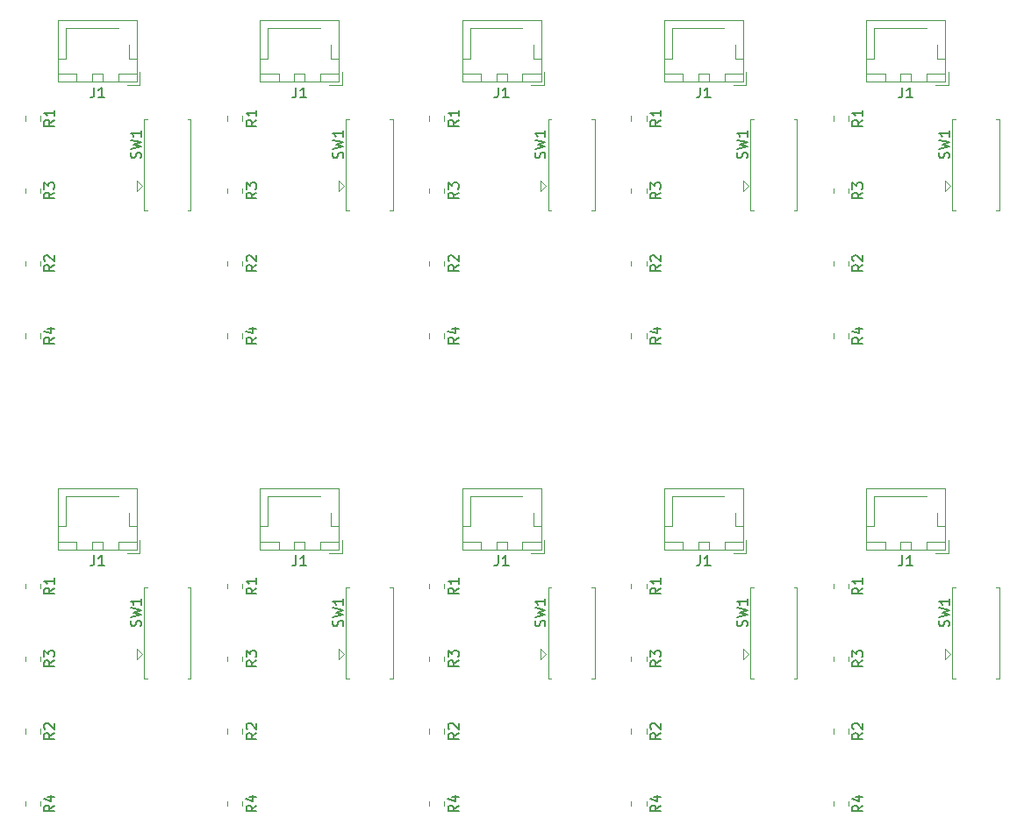
<source format=gbr>
%TF.GenerationSoftware,KiCad,Pcbnew,(5.1.9)-1*%
%TF.CreationDate,2022-04-08T02:00:15+08:00*%
%TF.ProjectId,LED_panelize,4c45445f-7061-46e6-956c-697a652e6b69,rev?*%
%TF.SameCoordinates,Original*%
%TF.FileFunction,Legend,Top*%
%TF.FilePolarity,Positive*%
%FSLAX46Y46*%
G04 Gerber Fmt 4.6, Leading zero omitted, Abs format (unit mm)*
G04 Created by KiCad (PCBNEW (5.1.9)-1) date 2022-04-08 02:00:15*
%MOMM*%
%LPD*%
G01*
G04 APERTURE LIST*
%ADD10C,0.120000*%
%ADD11C,0.150000*%
G04 APERTURE END LIST*
D10*
%TO.C,R3*%
X170535000Y-116160436D02*
X170535000Y-116614564D01*
X169065000Y-116160436D02*
X169065000Y-116614564D01*
X151035000Y-116160436D02*
X151035000Y-116614564D01*
X149565000Y-116160436D02*
X149565000Y-116614564D01*
X131535000Y-116160436D02*
X131535000Y-116614564D01*
X130065000Y-116160436D02*
X130065000Y-116614564D01*
X112035000Y-116160436D02*
X112035000Y-116614564D01*
X110565000Y-116160436D02*
X110565000Y-116614564D01*
X92535000Y-116160436D02*
X92535000Y-116614564D01*
X91065000Y-116160436D02*
X91065000Y-116614564D01*
X170535000Y-70960436D02*
X170535000Y-71414564D01*
X169065000Y-70960436D02*
X169065000Y-71414564D01*
X151035000Y-70960436D02*
X151035000Y-71414564D01*
X149565000Y-70960436D02*
X149565000Y-71414564D01*
X131535000Y-70960436D02*
X131535000Y-71414564D01*
X130065000Y-70960436D02*
X130065000Y-71414564D01*
X112035000Y-70960436D02*
X112035000Y-71414564D01*
X110565000Y-70960436D02*
X110565000Y-71414564D01*
%TO.C,R4*%
X169065000Y-130160436D02*
X169065000Y-130614564D01*
X170535000Y-130160436D02*
X170535000Y-130614564D01*
X149565000Y-130160436D02*
X149565000Y-130614564D01*
X151035000Y-130160436D02*
X151035000Y-130614564D01*
X130065000Y-130160436D02*
X130065000Y-130614564D01*
X131535000Y-130160436D02*
X131535000Y-130614564D01*
X110565000Y-130160436D02*
X110565000Y-130614564D01*
X112035000Y-130160436D02*
X112035000Y-130614564D01*
X91065000Y-130160436D02*
X91065000Y-130614564D01*
X92535000Y-130160436D02*
X92535000Y-130614564D01*
X169065000Y-84960436D02*
X169065000Y-85414564D01*
X170535000Y-84960436D02*
X170535000Y-85414564D01*
X149565000Y-84960436D02*
X149565000Y-85414564D01*
X151035000Y-84960436D02*
X151035000Y-85414564D01*
X130065000Y-84960436D02*
X130065000Y-85414564D01*
X131535000Y-84960436D02*
X131535000Y-85414564D01*
X110565000Y-84960436D02*
X110565000Y-85414564D01*
X112035000Y-84960436D02*
X112035000Y-85414564D01*
%TO.C,R2*%
X170535000Y-123160436D02*
X170535000Y-123614564D01*
X169065000Y-123160436D02*
X169065000Y-123614564D01*
X151035000Y-123160436D02*
X151035000Y-123614564D01*
X149565000Y-123160436D02*
X149565000Y-123614564D01*
X131535000Y-123160436D02*
X131535000Y-123614564D01*
X130065000Y-123160436D02*
X130065000Y-123614564D01*
X112035000Y-123160436D02*
X112035000Y-123614564D01*
X110565000Y-123160436D02*
X110565000Y-123614564D01*
X92535000Y-123160436D02*
X92535000Y-123614564D01*
X91065000Y-123160436D02*
X91065000Y-123614564D01*
X170535000Y-77960436D02*
X170535000Y-78414564D01*
X169065000Y-77960436D02*
X169065000Y-78414564D01*
X151035000Y-77960436D02*
X151035000Y-78414564D01*
X149565000Y-77960436D02*
X149565000Y-78414564D01*
X131535000Y-77960436D02*
X131535000Y-78414564D01*
X130065000Y-77960436D02*
X130065000Y-78414564D01*
X112035000Y-77960436D02*
X112035000Y-78414564D01*
X110565000Y-77960436D02*
X110565000Y-78414564D01*
%TO.C,J1*%
X179860000Y-105860000D02*
X179860000Y-99890000D01*
X179860000Y-99890000D02*
X172240000Y-99890000D01*
X172240000Y-99890000D02*
X172240000Y-105860000D01*
X172240000Y-105860000D02*
X179860000Y-105860000D01*
X176550000Y-105850000D02*
X176550000Y-105100000D01*
X176550000Y-105100000D02*
X175550000Y-105100000D01*
X175550000Y-105100000D02*
X175550000Y-105850000D01*
X175550000Y-105850000D02*
X176550000Y-105850000D01*
X179850000Y-105850000D02*
X179850000Y-105100000D01*
X179850000Y-105100000D02*
X178050000Y-105100000D01*
X178050000Y-105100000D02*
X178050000Y-105850000D01*
X178050000Y-105850000D02*
X179850000Y-105850000D01*
X174050000Y-105850000D02*
X174050000Y-105100000D01*
X174050000Y-105100000D02*
X172250000Y-105100000D01*
X172250000Y-105100000D02*
X172250000Y-105850000D01*
X172250000Y-105850000D02*
X174050000Y-105850000D01*
X179850000Y-103600000D02*
X179100000Y-103600000D01*
X179100000Y-103600000D02*
X179100000Y-102260000D01*
X176050000Y-100650000D02*
X178040000Y-100650000D01*
X172250000Y-103600000D02*
X173000000Y-103600000D01*
X173000000Y-103600000D02*
X173000000Y-100650000D01*
X173000000Y-100650000D02*
X176050000Y-100650000D01*
X178900000Y-106150000D02*
X180150000Y-106150000D01*
X180150000Y-106150000D02*
X180150000Y-104900000D01*
X160360000Y-105860000D02*
X160360000Y-99890000D01*
X160360000Y-99890000D02*
X152740000Y-99890000D01*
X152740000Y-99890000D02*
X152740000Y-105860000D01*
X152740000Y-105860000D02*
X160360000Y-105860000D01*
X157050000Y-105850000D02*
X157050000Y-105100000D01*
X157050000Y-105100000D02*
X156050000Y-105100000D01*
X156050000Y-105100000D02*
X156050000Y-105850000D01*
X156050000Y-105850000D02*
X157050000Y-105850000D01*
X160350000Y-105850000D02*
X160350000Y-105100000D01*
X160350000Y-105100000D02*
X158550000Y-105100000D01*
X158550000Y-105100000D02*
X158550000Y-105850000D01*
X158550000Y-105850000D02*
X160350000Y-105850000D01*
X154550000Y-105850000D02*
X154550000Y-105100000D01*
X154550000Y-105100000D02*
X152750000Y-105100000D01*
X152750000Y-105100000D02*
X152750000Y-105850000D01*
X152750000Y-105850000D02*
X154550000Y-105850000D01*
X160350000Y-103600000D02*
X159600000Y-103600000D01*
X159600000Y-103600000D02*
X159600000Y-102260000D01*
X156550000Y-100650000D02*
X158540000Y-100650000D01*
X152750000Y-103600000D02*
X153500000Y-103600000D01*
X153500000Y-103600000D02*
X153500000Y-100650000D01*
X153500000Y-100650000D02*
X156550000Y-100650000D01*
X159400000Y-106150000D02*
X160650000Y-106150000D01*
X160650000Y-106150000D02*
X160650000Y-104900000D01*
X140860000Y-105860000D02*
X140860000Y-99890000D01*
X140860000Y-99890000D02*
X133240000Y-99890000D01*
X133240000Y-99890000D02*
X133240000Y-105860000D01*
X133240000Y-105860000D02*
X140860000Y-105860000D01*
X137550000Y-105850000D02*
X137550000Y-105100000D01*
X137550000Y-105100000D02*
X136550000Y-105100000D01*
X136550000Y-105100000D02*
X136550000Y-105850000D01*
X136550000Y-105850000D02*
X137550000Y-105850000D01*
X140850000Y-105850000D02*
X140850000Y-105100000D01*
X140850000Y-105100000D02*
X139050000Y-105100000D01*
X139050000Y-105100000D02*
X139050000Y-105850000D01*
X139050000Y-105850000D02*
X140850000Y-105850000D01*
X135050000Y-105850000D02*
X135050000Y-105100000D01*
X135050000Y-105100000D02*
X133250000Y-105100000D01*
X133250000Y-105100000D02*
X133250000Y-105850000D01*
X133250000Y-105850000D02*
X135050000Y-105850000D01*
X140850000Y-103600000D02*
X140100000Y-103600000D01*
X140100000Y-103600000D02*
X140100000Y-102260000D01*
X137050000Y-100650000D02*
X139040000Y-100650000D01*
X133250000Y-103600000D02*
X134000000Y-103600000D01*
X134000000Y-103600000D02*
X134000000Y-100650000D01*
X134000000Y-100650000D02*
X137050000Y-100650000D01*
X139900000Y-106150000D02*
X141150000Y-106150000D01*
X141150000Y-106150000D02*
X141150000Y-104900000D01*
X121360000Y-105860000D02*
X121360000Y-99890000D01*
X121360000Y-99890000D02*
X113740000Y-99890000D01*
X113740000Y-99890000D02*
X113740000Y-105860000D01*
X113740000Y-105860000D02*
X121360000Y-105860000D01*
X118050000Y-105850000D02*
X118050000Y-105100000D01*
X118050000Y-105100000D02*
X117050000Y-105100000D01*
X117050000Y-105100000D02*
X117050000Y-105850000D01*
X117050000Y-105850000D02*
X118050000Y-105850000D01*
X121350000Y-105850000D02*
X121350000Y-105100000D01*
X121350000Y-105100000D02*
X119550000Y-105100000D01*
X119550000Y-105100000D02*
X119550000Y-105850000D01*
X119550000Y-105850000D02*
X121350000Y-105850000D01*
X115550000Y-105850000D02*
X115550000Y-105100000D01*
X115550000Y-105100000D02*
X113750000Y-105100000D01*
X113750000Y-105100000D02*
X113750000Y-105850000D01*
X113750000Y-105850000D02*
X115550000Y-105850000D01*
X121350000Y-103600000D02*
X120600000Y-103600000D01*
X120600000Y-103600000D02*
X120600000Y-102260000D01*
X117550000Y-100650000D02*
X119540000Y-100650000D01*
X113750000Y-103600000D02*
X114500000Y-103600000D01*
X114500000Y-103600000D02*
X114500000Y-100650000D01*
X114500000Y-100650000D02*
X117550000Y-100650000D01*
X120400000Y-106150000D02*
X121650000Y-106150000D01*
X121650000Y-106150000D02*
X121650000Y-104900000D01*
X101860000Y-105860000D02*
X101860000Y-99890000D01*
X101860000Y-99890000D02*
X94240000Y-99890000D01*
X94240000Y-99890000D02*
X94240000Y-105860000D01*
X94240000Y-105860000D02*
X101860000Y-105860000D01*
X98550000Y-105850000D02*
X98550000Y-105100000D01*
X98550000Y-105100000D02*
X97550000Y-105100000D01*
X97550000Y-105100000D02*
X97550000Y-105850000D01*
X97550000Y-105850000D02*
X98550000Y-105850000D01*
X101850000Y-105850000D02*
X101850000Y-105100000D01*
X101850000Y-105100000D02*
X100050000Y-105100000D01*
X100050000Y-105100000D02*
X100050000Y-105850000D01*
X100050000Y-105850000D02*
X101850000Y-105850000D01*
X96050000Y-105850000D02*
X96050000Y-105100000D01*
X96050000Y-105100000D02*
X94250000Y-105100000D01*
X94250000Y-105100000D02*
X94250000Y-105850000D01*
X94250000Y-105850000D02*
X96050000Y-105850000D01*
X101850000Y-103600000D02*
X101100000Y-103600000D01*
X101100000Y-103600000D02*
X101100000Y-102260000D01*
X98050000Y-100650000D02*
X100040000Y-100650000D01*
X94250000Y-103600000D02*
X95000000Y-103600000D01*
X95000000Y-103600000D02*
X95000000Y-100650000D01*
X95000000Y-100650000D02*
X98050000Y-100650000D01*
X100900000Y-106150000D02*
X102150000Y-106150000D01*
X102150000Y-106150000D02*
X102150000Y-104900000D01*
X179860000Y-60660000D02*
X179860000Y-54690000D01*
X179860000Y-54690000D02*
X172240000Y-54690000D01*
X172240000Y-54690000D02*
X172240000Y-60660000D01*
X172240000Y-60660000D02*
X179860000Y-60660000D01*
X176550000Y-60650000D02*
X176550000Y-59900000D01*
X176550000Y-59900000D02*
X175550000Y-59900000D01*
X175550000Y-59900000D02*
X175550000Y-60650000D01*
X175550000Y-60650000D02*
X176550000Y-60650000D01*
X179850000Y-60650000D02*
X179850000Y-59900000D01*
X179850000Y-59900000D02*
X178050000Y-59900000D01*
X178050000Y-59900000D02*
X178050000Y-60650000D01*
X178050000Y-60650000D02*
X179850000Y-60650000D01*
X174050000Y-60650000D02*
X174050000Y-59900000D01*
X174050000Y-59900000D02*
X172250000Y-59900000D01*
X172250000Y-59900000D02*
X172250000Y-60650000D01*
X172250000Y-60650000D02*
X174050000Y-60650000D01*
X179850000Y-58400000D02*
X179100000Y-58400000D01*
X179100000Y-58400000D02*
X179100000Y-57060000D01*
X176050000Y-55450000D02*
X178040000Y-55450000D01*
X172250000Y-58400000D02*
X173000000Y-58400000D01*
X173000000Y-58400000D02*
X173000000Y-55450000D01*
X173000000Y-55450000D02*
X176050000Y-55450000D01*
X178900000Y-60950000D02*
X180150000Y-60950000D01*
X180150000Y-60950000D02*
X180150000Y-59700000D01*
X160360000Y-60660000D02*
X160360000Y-54690000D01*
X160360000Y-54690000D02*
X152740000Y-54690000D01*
X152740000Y-54690000D02*
X152740000Y-60660000D01*
X152740000Y-60660000D02*
X160360000Y-60660000D01*
X157050000Y-60650000D02*
X157050000Y-59900000D01*
X157050000Y-59900000D02*
X156050000Y-59900000D01*
X156050000Y-59900000D02*
X156050000Y-60650000D01*
X156050000Y-60650000D02*
X157050000Y-60650000D01*
X160350000Y-60650000D02*
X160350000Y-59900000D01*
X160350000Y-59900000D02*
X158550000Y-59900000D01*
X158550000Y-59900000D02*
X158550000Y-60650000D01*
X158550000Y-60650000D02*
X160350000Y-60650000D01*
X154550000Y-60650000D02*
X154550000Y-59900000D01*
X154550000Y-59900000D02*
X152750000Y-59900000D01*
X152750000Y-59900000D02*
X152750000Y-60650000D01*
X152750000Y-60650000D02*
X154550000Y-60650000D01*
X160350000Y-58400000D02*
X159600000Y-58400000D01*
X159600000Y-58400000D02*
X159600000Y-57060000D01*
X156550000Y-55450000D02*
X158540000Y-55450000D01*
X152750000Y-58400000D02*
X153500000Y-58400000D01*
X153500000Y-58400000D02*
X153500000Y-55450000D01*
X153500000Y-55450000D02*
X156550000Y-55450000D01*
X159400000Y-60950000D02*
X160650000Y-60950000D01*
X160650000Y-60950000D02*
X160650000Y-59700000D01*
X140860000Y-60660000D02*
X140860000Y-54690000D01*
X140860000Y-54690000D02*
X133240000Y-54690000D01*
X133240000Y-54690000D02*
X133240000Y-60660000D01*
X133240000Y-60660000D02*
X140860000Y-60660000D01*
X137550000Y-60650000D02*
X137550000Y-59900000D01*
X137550000Y-59900000D02*
X136550000Y-59900000D01*
X136550000Y-59900000D02*
X136550000Y-60650000D01*
X136550000Y-60650000D02*
X137550000Y-60650000D01*
X140850000Y-60650000D02*
X140850000Y-59900000D01*
X140850000Y-59900000D02*
X139050000Y-59900000D01*
X139050000Y-59900000D02*
X139050000Y-60650000D01*
X139050000Y-60650000D02*
X140850000Y-60650000D01*
X135050000Y-60650000D02*
X135050000Y-59900000D01*
X135050000Y-59900000D02*
X133250000Y-59900000D01*
X133250000Y-59900000D02*
X133250000Y-60650000D01*
X133250000Y-60650000D02*
X135050000Y-60650000D01*
X140850000Y-58400000D02*
X140100000Y-58400000D01*
X140100000Y-58400000D02*
X140100000Y-57060000D01*
X137050000Y-55450000D02*
X139040000Y-55450000D01*
X133250000Y-58400000D02*
X134000000Y-58400000D01*
X134000000Y-58400000D02*
X134000000Y-55450000D01*
X134000000Y-55450000D02*
X137050000Y-55450000D01*
X139900000Y-60950000D02*
X141150000Y-60950000D01*
X141150000Y-60950000D02*
X141150000Y-59700000D01*
X121360000Y-60660000D02*
X121360000Y-54690000D01*
X121360000Y-54690000D02*
X113740000Y-54690000D01*
X113740000Y-54690000D02*
X113740000Y-60660000D01*
X113740000Y-60660000D02*
X121360000Y-60660000D01*
X118050000Y-60650000D02*
X118050000Y-59900000D01*
X118050000Y-59900000D02*
X117050000Y-59900000D01*
X117050000Y-59900000D02*
X117050000Y-60650000D01*
X117050000Y-60650000D02*
X118050000Y-60650000D01*
X121350000Y-60650000D02*
X121350000Y-59900000D01*
X121350000Y-59900000D02*
X119550000Y-59900000D01*
X119550000Y-59900000D02*
X119550000Y-60650000D01*
X119550000Y-60650000D02*
X121350000Y-60650000D01*
X115550000Y-60650000D02*
X115550000Y-59900000D01*
X115550000Y-59900000D02*
X113750000Y-59900000D01*
X113750000Y-59900000D02*
X113750000Y-60650000D01*
X113750000Y-60650000D02*
X115550000Y-60650000D01*
X121350000Y-58400000D02*
X120600000Y-58400000D01*
X120600000Y-58400000D02*
X120600000Y-57060000D01*
X117550000Y-55450000D02*
X119540000Y-55450000D01*
X113750000Y-58400000D02*
X114500000Y-58400000D01*
X114500000Y-58400000D02*
X114500000Y-55450000D01*
X114500000Y-55450000D02*
X117550000Y-55450000D01*
X120400000Y-60950000D02*
X121650000Y-60950000D01*
X121650000Y-60950000D02*
X121650000Y-59700000D01*
%TO.C,SW1*%
X179840000Y-115400000D02*
X179840000Y-116400000D01*
X180340000Y-115900000D02*
X179840000Y-115400000D01*
X179840000Y-116400000D02*
X180340000Y-115900000D01*
X185060000Y-109490000D02*
X184750000Y-109490000D01*
X185060000Y-118310000D02*
X184750000Y-118310000D01*
X180850000Y-118310000D02*
X180540000Y-118310000D01*
X185060000Y-109490000D02*
X185060000Y-118310000D01*
X180540000Y-109490000D02*
X180850000Y-109490000D01*
X180540000Y-118310000D02*
X180540000Y-109490000D01*
X160340000Y-115400000D02*
X160340000Y-116400000D01*
X160840000Y-115900000D02*
X160340000Y-115400000D01*
X160340000Y-116400000D02*
X160840000Y-115900000D01*
X165560000Y-109490000D02*
X165250000Y-109490000D01*
X165560000Y-118310000D02*
X165250000Y-118310000D01*
X161350000Y-118310000D02*
X161040000Y-118310000D01*
X165560000Y-109490000D02*
X165560000Y-118310000D01*
X161040000Y-109490000D02*
X161350000Y-109490000D01*
X161040000Y-118310000D02*
X161040000Y-109490000D01*
X140840000Y-115400000D02*
X140840000Y-116400000D01*
X141340000Y-115900000D02*
X140840000Y-115400000D01*
X140840000Y-116400000D02*
X141340000Y-115900000D01*
X146060000Y-109490000D02*
X145750000Y-109490000D01*
X146060000Y-118310000D02*
X145750000Y-118310000D01*
X141850000Y-118310000D02*
X141540000Y-118310000D01*
X146060000Y-109490000D02*
X146060000Y-118310000D01*
X141540000Y-109490000D02*
X141850000Y-109490000D01*
X141540000Y-118310000D02*
X141540000Y-109490000D01*
X121340000Y-115400000D02*
X121340000Y-116400000D01*
X121840000Y-115900000D02*
X121340000Y-115400000D01*
X121340000Y-116400000D02*
X121840000Y-115900000D01*
X126560000Y-109490000D02*
X126250000Y-109490000D01*
X126560000Y-118310000D02*
X126250000Y-118310000D01*
X122350000Y-118310000D02*
X122040000Y-118310000D01*
X126560000Y-109490000D02*
X126560000Y-118310000D01*
X122040000Y-109490000D02*
X122350000Y-109490000D01*
X122040000Y-118310000D02*
X122040000Y-109490000D01*
X101840000Y-115400000D02*
X101840000Y-116400000D01*
X102340000Y-115900000D02*
X101840000Y-115400000D01*
X101840000Y-116400000D02*
X102340000Y-115900000D01*
X107060000Y-109490000D02*
X106750000Y-109490000D01*
X107060000Y-118310000D02*
X106750000Y-118310000D01*
X102850000Y-118310000D02*
X102540000Y-118310000D01*
X107060000Y-109490000D02*
X107060000Y-118310000D01*
X102540000Y-109490000D02*
X102850000Y-109490000D01*
X102540000Y-118310000D02*
X102540000Y-109490000D01*
X179840000Y-70200000D02*
X179840000Y-71200000D01*
X180340000Y-70700000D02*
X179840000Y-70200000D01*
X179840000Y-71200000D02*
X180340000Y-70700000D01*
X185060000Y-64290000D02*
X184750000Y-64290000D01*
X185060000Y-73110000D02*
X184750000Y-73110000D01*
X180850000Y-73110000D02*
X180540000Y-73110000D01*
X185060000Y-64290000D02*
X185060000Y-73110000D01*
X180540000Y-64290000D02*
X180850000Y-64290000D01*
X180540000Y-73110000D02*
X180540000Y-64290000D01*
X160340000Y-70200000D02*
X160340000Y-71200000D01*
X160840000Y-70700000D02*
X160340000Y-70200000D01*
X160340000Y-71200000D02*
X160840000Y-70700000D01*
X165560000Y-64290000D02*
X165250000Y-64290000D01*
X165560000Y-73110000D02*
X165250000Y-73110000D01*
X161350000Y-73110000D02*
X161040000Y-73110000D01*
X165560000Y-64290000D02*
X165560000Y-73110000D01*
X161040000Y-64290000D02*
X161350000Y-64290000D01*
X161040000Y-73110000D02*
X161040000Y-64290000D01*
X140840000Y-70200000D02*
X140840000Y-71200000D01*
X141340000Y-70700000D02*
X140840000Y-70200000D01*
X140840000Y-71200000D02*
X141340000Y-70700000D01*
X146060000Y-64290000D02*
X145750000Y-64290000D01*
X146060000Y-73110000D02*
X145750000Y-73110000D01*
X141850000Y-73110000D02*
X141540000Y-73110000D01*
X146060000Y-64290000D02*
X146060000Y-73110000D01*
X141540000Y-64290000D02*
X141850000Y-64290000D01*
X141540000Y-73110000D02*
X141540000Y-64290000D01*
X121340000Y-70200000D02*
X121340000Y-71200000D01*
X121840000Y-70700000D02*
X121340000Y-70200000D01*
X121340000Y-71200000D02*
X121840000Y-70700000D01*
X126560000Y-64290000D02*
X126250000Y-64290000D01*
X126560000Y-73110000D02*
X126250000Y-73110000D01*
X122350000Y-73110000D02*
X122040000Y-73110000D01*
X126560000Y-64290000D02*
X126560000Y-73110000D01*
X122040000Y-64290000D02*
X122350000Y-64290000D01*
X122040000Y-73110000D02*
X122040000Y-64290000D01*
%TO.C,R1*%
X170535000Y-109160436D02*
X170535000Y-109614564D01*
X169065000Y-109160436D02*
X169065000Y-109614564D01*
X151035000Y-109160436D02*
X151035000Y-109614564D01*
X149565000Y-109160436D02*
X149565000Y-109614564D01*
X131535000Y-109160436D02*
X131535000Y-109614564D01*
X130065000Y-109160436D02*
X130065000Y-109614564D01*
X112035000Y-109160436D02*
X112035000Y-109614564D01*
X110565000Y-109160436D02*
X110565000Y-109614564D01*
X92535000Y-109160436D02*
X92535000Y-109614564D01*
X91065000Y-109160436D02*
X91065000Y-109614564D01*
X170535000Y-63960436D02*
X170535000Y-64414564D01*
X169065000Y-63960436D02*
X169065000Y-64414564D01*
X151035000Y-63960436D02*
X151035000Y-64414564D01*
X149565000Y-63960436D02*
X149565000Y-64414564D01*
X131535000Y-63960436D02*
X131535000Y-64414564D01*
X130065000Y-63960436D02*
X130065000Y-64414564D01*
X112035000Y-63960436D02*
X112035000Y-64414564D01*
X110565000Y-63960436D02*
X110565000Y-64414564D01*
%TO.C,R4*%
X92535000Y-84960436D02*
X92535000Y-85414564D01*
X91065000Y-84960436D02*
X91065000Y-85414564D01*
%TO.C,SW1*%
X102540000Y-73110000D02*
X102540000Y-64290000D01*
X102540000Y-64290000D02*
X102850000Y-64290000D01*
X107060000Y-64290000D02*
X107060000Y-73110000D01*
X102850000Y-73110000D02*
X102540000Y-73110000D01*
X107060000Y-73110000D02*
X106750000Y-73110000D01*
X107060000Y-64290000D02*
X106750000Y-64290000D01*
X101840000Y-71200000D02*
X102340000Y-70700000D01*
X102340000Y-70700000D02*
X101840000Y-70200000D01*
X101840000Y-70200000D02*
X101840000Y-71200000D01*
%TO.C,R3*%
X91065000Y-70960436D02*
X91065000Y-71414564D01*
X92535000Y-70960436D02*
X92535000Y-71414564D01*
%TO.C,R2*%
X91065000Y-77960436D02*
X91065000Y-78414564D01*
X92535000Y-77960436D02*
X92535000Y-78414564D01*
%TO.C,R1*%
X91065000Y-63960436D02*
X91065000Y-64414564D01*
X92535000Y-63960436D02*
X92535000Y-64414564D01*
%TO.C,J1*%
X102150000Y-60950000D02*
X102150000Y-59700000D01*
X100900000Y-60950000D02*
X102150000Y-60950000D01*
X95000000Y-55450000D02*
X98050000Y-55450000D01*
X95000000Y-58400000D02*
X95000000Y-55450000D01*
X94250000Y-58400000D02*
X95000000Y-58400000D01*
X98050000Y-55450000D02*
X100040000Y-55450000D01*
X101100000Y-58400000D02*
X101100000Y-57060000D01*
X101850000Y-58400000D02*
X101100000Y-58400000D01*
X94250000Y-60650000D02*
X96050000Y-60650000D01*
X94250000Y-59900000D02*
X94250000Y-60650000D01*
X96050000Y-59900000D02*
X94250000Y-59900000D01*
X96050000Y-60650000D02*
X96050000Y-59900000D01*
X100050000Y-60650000D02*
X101850000Y-60650000D01*
X100050000Y-59900000D02*
X100050000Y-60650000D01*
X101850000Y-59900000D02*
X100050000Y-59900000D01*
X101850000Y-60650000D02*
X101850000Y-59900000D01*
X97550000Y-60650000D02*
X98550000Y-60650000D01*
X97550000Y-59900000D02*
X97550000Y-60650000D01*
X98550000Y-59900000D02*
X97550000Y-59900000D01*
X98550000Y-60650000D02*
X98550000Y-59900000D01*
X94240000Y-60660000D02*
X101860000Y-60660000D01*
X94240000Y-54690000D02*
X94240000Y-60660000D01*
X101860000Y-54690000D02*
X94240000Y-54690000D01*
X101860000Y-60660000D02*
X101860000Y-54690000D01*
%TO.C,R3*%
D11*
X171902380Y-116554166D02*
X171426190Y-116887500D01*
X171902380Y-117125595D02*
X170902380Y-117125595D01*
X170902380Y-116744642D01*
X170950000Y-116649404D01*
X170997619Y-116601785D01*
X171092857Y-116554166D01*
X171235714Y-116554166D01*
X171330952Y-116601785D01*
X171378571Y-116649404D01*
X171426190Y-116744642D01*
X171426190Y-117125595D01*
X170902380Y-116220833D02*
X170902380Y-115601785D01*
X171283333Y-115935119D01*
X171283333Y-115792261D01*
X171330952Y-115697023D01*
X171378571Y-115649404D01*
X171473809Y-115601785D01*
X171711904Y-115601785D01*
X171807142Y-115649404D01*
X171854761Y-115697023D01*
X171902380Y-115792261D01*
X171902380Y-116077976D01*
X171854761Y-116173214D01*
X171807142Y-116220833D01*
X152402380Y-116554166D02*
X151926190Y-116887500D01*
X152402380Y-117125595D02*
X151402380Y-117125595D01*
X151402380Y-116744642D01*
X151450000Y-116649404D01*
X151497619Y-116601785D01*
X151592857Y-116554166D01*
X151735714Y-116554166D01*
X151830952Y-116601785D01*
X151878571Y-116649404D01*
X151926190Y-116744642D01*
X151926190Y-117125595D01*
X151402380Y-116220833D02*
X151402380Y-115601785D01*
X151783333Y-115935119D01*
X151783333Y-115792261D01*
X151830952Y-115697023D01*
X151878571Y-115649404D01*
X151973809Y-115601785D01*
X152211904Y-115601785D01*
X152307142Y-115649404D01*
X152354761Y-115697023D01*
X152402380Y-115792261D01*
X152402380Y-116077976D01*
X152354761Y-116173214D01*
X152307142Y-116220833D01*
X132902380Y-116554166D02*
X132426190Y-116887500D01*
X132902380Y-117125595D02*
X131902380Y-117125595D01*
X131902380Y-116744642D01*
X131950000Y-116649404D01*
X131997619Y-116601785D01*
X132092857Y-116554166D01*
X132235714Y-116554166D01*
X132330952Y-116601785D01*
X132378571Y-116649404D01*
X132426190Y-116744642D01*
X132426190Y-117125595D01*
X131902380Y-116220833D02*
X131902380Y-115601785D01*
X132283333Y-115935119D01*
X132283333Y-115792261D01*
X132330952Y-115697023D01*
X132378571Y-115649404D01*
X132473809Y-115601785D01*
X132711904Y-115601785D01*
X132807142Y-115649404D01*
X132854761Y-115697023D01*
X132902380Y-115792261D01*
X132902380Y-116077976D01*
X132854761Y-116173214D01*
X132807142Y-116220833D01*
X113402380Y-116554166D02*
X112926190Y-116887500D01*
X113402380Y-117125595D02*
X112402380Y-117125595D01*
X112402380Y-116744642D01*
X112450000Y-116649404D01*
X112497619Y-116601785D01*
X112592857Y-116554166D01*
X112735714Y-116554166D01*
X112830952Y-116601785D01*
X112878571Y-116649404D01*
X112926190Y-116744642D01*
X112926190Y-117125595D01*
X112402380Y-116220833D02*
X112402380Y-115601785D01*
X112783333Y-115935119D01*
X112783333Y-115792261D01*
X112830952Y-115697023D01*
X112878571Y-115649404D01*
X112973809Y-115601785D01*
X113211904Y-115601785D01*
X113307142Y-115649404D01*
X113354761Y-115697023D01*
X113402380Y-115792261D01*
X113402380Y-116077976D01*
X113354761Y-116173214D01*
X113307142Y-116220833D01*
X93902380Y-116554166D02*
X93426190Y-116887500D01*
X93902380Y-117125595D02*
X92902380Y-117125595D01*
X92902380Y-116744642D01*
X92950000Y-116649404D01*
X92997619Y-116601785D01*
X93092857Y-116554166D01*
X93235714Y-116554166D01*
X93330952Y-116601785D01*
X93378571Y-116649404D01*
X93426190Y-116744642D01*
X93426190Y-117125595D01*
X92902380Y-116220833D02*
X92902380Y-115601785D01*
X93283333Y-115935119D01*
X93283333Y-115792261D01*
X93330952Y-115697023D01*
X93378571Y-115649404D01*
X93473809Y-115601785D01*
X93711904Y-115601785D01*
X93807142Y-115649404D01*
X93854761Y-115697023D01*
X93902380Y-115792261D01*
X93902380Y-116077976D01*
X93854761Y-116173214D01*
X93807142Y-116220833D01*
X171902380Y-71354166D02*
X171426190Y-71687500D01*
X171902380Y-71925595D02*
X170902380Y-71925595D01*
X170902380Y-71544642D01*
X170950000Y-71449404D01*
X170997619Y-71401785D01*
X171092857Y-71354166D01*
X171235714Y-71354166D01*
X171330952Y-71401785D01*
X171378571Y-71449404D01*
X171426190Y-71544642D01*
X171426190Y-71925595D01*
X170902380Y-71020833D02*
X170902380Y-70401785D01*
X171283333Y-70735119D01*
X171283333Y-70592261D01*
X171330952Y-70497023D01*
X171378571Y-70449404D01*
X171473809Y-70401785D01*
X171711904Y-70401785D01*
X171807142Y-70449404D01*
X171854761Y-70497023D01*
X171902380Y-70592261D01*
X171902380Y-70877976D01*
X171854761Y-70973214D01*
X171807142Y-71020833D01*
X152402380Y-71354166D02*
X151926190Y-71687500D01*
X152402380Y-71925595D02*
X151402380Y-71925595D01*
X151402380Y-71544642D01*
X151450000Y-71449404D01*
X151497619Y-71401785D01*
X151592857Y-71354166D01*
X151735714Y-71354166D01*
X151830952Y-71401785D01*
X151878571Y-71449404D01*
X151926190Y-71544642D01*
X151926190Y-71925595D01*
X151402380Y-71020833D02*
X151402380Y-70401785D01*
X151783333Y-70735119D01*
X151783333Y-70592261D01*
X151830952Y-70497023D01*
X151878571Y-70449404D01*
X151973809Y-70401785D01*
X152211904Y-70401785D01*
X152307142Y-70449404D01*
X152354761Y-70497023D01*
X152402380Y-70592261D01*
X152402380Y-70877976D01*
X152354761Y-70973214D01*
X152307142Y-71020833D01*
X132902380Y-71354166D02*
X132426190Y-71687500D01*
X132902380Y-71925595D02*
X131902380Y-71925595D01*
X131902380Y-71544642D01*
X131950000Y-71449404D01*
X131997619Y-71401785D01*
X132092857Y-71354166D01*
X132235714Y-71354166D01*
X132330952Y-71401785D01*
X132378571Y-71449404D01*
X132426190Y-71544642D01*
X132426190Y-71925595D01*
X131902380Y-71020833D02*
X131902380Y-70401785D01*
X132283333Y-70735119D01*
X132283333Y-70592261D01*
X132330952Y-70497023D01*
X132378571Y-70449404D01*
X132473809Y-70401785D01*
X132711904Y-70401785D01*
X132807142Y-70449404D01*
X132854761Y-70497023D01*
X132902380Y-70592261D01*
X132902380Y-70877976D01*
X132854761Y-70973214D01*
X132807142Y-71020833D01*
X113402380Y-71354166D02*
X112926190Y-71687500D01*
X113402380Y-71925595D02*
X112402380Y-71925595D01*
X112402380Y-71544642D01*
X112450000Y-71449404D01*
X112497619Y-71401785D01*
X112592857Y-71354166D01*
X112735714Y-71354166D01*
X112830952Y-71401785D01*
X112878571Y-71449404D01*
X112926190Y-71544642D01*
X112926190Y-71925595D01*
X112402380Y-71020833D02*
X112402380Y-70401785D01*
X112783333Y-70735119D01*
X112783333Y-70592261D01*
X112830952Y-70497023D01*
X112878571Y-70449404D01*
X112973809Y-70401785D01*
X113211904Y-70401785D01*
X113307142Y-70449404D01*
X113354761Y-70497023D01*
X113402380Y-70592261D01*
X113402380Y-70877976D01*
X113354761Y-70973214D01*
X113307142Y-71020833D01*
%TO.C,R4*%
X171902380Y-130554166D02*
X171426190Y-130887500D01*
X171902380Y-131125595D02*
X170902380Y-131125595D01*
X170902380Y-130744642D01*
X170950000Y-130649404D01*
X170997619Y-130601785D01*
X171092857Y-130554166D01*
X171235714Y-130554166D01*
X171330952Y-130601785D01*
X171378571Y-130649404D01*
X171426190Y-130744642D01*
X171426190Y-131125595D01*
X171235714Y-129697023D02*
X171902380Y-129697023D01*
X170854761Y-129935119D02*
X171569047Y-130173214D01*
X171569047Y-129554166D01*
X152402380Y-130554166D02*
X151926190Y-130887500D01*
X152402380Y-131125595D02*
X151402380Y-131125595D01*
X151402380Y-130744642D01*
X151450000Y-130649404D01*
X151497619Y-130601785D01*
X151592857Y-130554166D01*
X151735714Y-130554166D01*
X151830952Y-130601785D01*
X151878571Y-130649404D01*
X151926190Y-130744642D01*
X151926190Y-131125595D01*
X151735714Y-129697023D02*
X152402380Y-129697023D01*
X151354761Y-129935119D02*
X152069047Y-130173214D01*
X152069047Y-129554166D01*
X132902380Y-130554166D02*
X132426190Y-130887500D01*
X132902380Y-131125595D02*
X131902380Y-131125595D01*
X131902380Y-130744642D01*
X131950000Y-130649404D01*
X131997619Y-130601785D01*
X132092857Y-130554166D01*
X132235714Y-130554166D01*
X132330952Y-130601785D01*
X132378571Y-130649404D01*
X132426190Y-130744642D01*
X132426190Y-131125595D01*
X132235714Y-129697023D02*
X132902380Y-129697023D01*
X131854761Y-129935119D02*
X132569047Y-130173214D01*
X132569047Y-129554166D01*
X113402380Y-130554166D02*
X112926190Y-130887500D01*
X113402380Y-131125595D02*
X112402380Y-131125595D01*
X112402380Y-130744642D01*
X112450000Y-130649404D01*
X112497619Y-130601785D01*
X112592857Y-130554166D01*
X112735714Y-130554166D01*
X112830952Y-130601785D01*
X112878571Y-130649404D01*
X112926190Y-130744642D01*
X112926190Y-131125595D01*
X112735714Y-129697023D02*
X113402380Y-129697023D01*
X112354761Y-129935119D02*
X113069047Y-130173214D01*
X113069047Y-129554166D01*
X93902380Y-130554166D02*
X93426190Y-130887500D01*
X93902380Y-131125595D02*
X92902380Y-131125595D01*
X92902380Y-130744642D01*
X92950000Y-130649404D01*
X92997619Y-130601785D01*
X93092857Y-130554166D01*
X93235714Y-130554166D01*
X93330952Y-130601785D01*
X93378571Y-130649404D01*
X93426190Y-130744642D01*
X93426190Y-131125595D01*
X93235714Y-129697023D02*
X93902380Y-129697023D01*
X92854761Y-129935119D02*
X93569047Y-130173214D01*
X93569047Y-129554166D01*
X171902380Y-85354166D02*
X171426190Y-85687500D01*
X171902380Y-85925595D02*
X170902380Y-85925595D01*
X170902380Y-85544642D01*
X170950000Y-85449404D01*
X170997619Y-85401785D01*
X171092857Y-85354166D01*
X171235714Y-85354166D01*
X171330952Y-85401785D01*
X171378571Y-85449404D01*
X171426190Y-85544642D01*
X171426190Y-85925595D01*
X171235714Y-84497023D02*
X171902380Y-84497023D01*
X170854761Y-84735119D02*
X171569047Y-84973214D01*
X171569047Y-84354166D01*
X152402380Y-85354166D02*
X151926190Y-85687500D01*
X152402380Y-85925595D02*
X151402380Y-85925595D01*
X151402380Y-85544642D01*
X151450000Y-85449404D01*
X151497619Y-85401785D01*
X151592857Y-85354166D01*
X151735714Y-85354166D01*
X151830952Y-85401785D01*
X151878571Y-85449404D01*
X151926190Y-85544642D01*
X151926190Y-85925595D01*
X151735714Y-84497023D02*
X152402380Y-84497023D01*
X151354761Y-84735119D02*
X152069047Y-84973214D01*
X152069047Y-84354166D01*
X132902380Y-85354166D02*
X132426190Y-85687500D01*
X132902380Y-85925595D02*
X131902380Y-85925595D01*
X131902380Y-85544642D01*
X131950000Y-85449404D01*
X131997619Y-85401785D01*
X132092857Y-85354166D01*
X132235714Y-85354166D01*
X132330952Y-85401785D01*
X132378571Y-85449404D01*
X132426190Y-85544642D01*
X132426190Y-85925595D01*
X132235714Y-84497023D02*
X132902380Y-84497023D01*
X131854761Y-84735119D02*
X132569047Y-84973214D01*
X132569047Y-84354166D01*
X113402380Y-85354166D02*
X112926190Y-85687500D01*
X113402380Y-85925595D02*
X112402380Y-85925595D01*
X112402380Y-85544642D01*
X112450000Y-85449404D01*
X112497619Y-85401785D01*
X112592857Y-85354166D01*
X112735714Y-85354166D01*
X112830952Y-85401785D01*
X112878571Y-85449404D01*
X112926190Y-85544642D01*
X112926190Y-85925595D01*
X112735714Y-84497023D02*
X113402380Y-84497023D01*
X112354761Y-84735119D02*
X113069047Y-84973214D01*
X113069047Y-84354166D01*
%TO.C,R2*%
X171902380Y-123554166D02*
X171426190Y-123887500D01*
X171902380Y-124125595D02*
X170902380Y-124125595D01*
X170902380Y-123744642D01*
X170950000Y-123649404D01*
X170997619Y-123601785D01*
X171092857Y-123554166D01*
X171235714Y-123554166D01*
X171330952Y-123601785D01*
X171378571Y-123649404D01*
X171426190Y-123744642D01*
X171426190Y-124125595D01*
X170997619Y-123173214D02*
X170950000Y-123125595D01*
X170902380Y-123030357D01*
X170902380Y-122792261D01*
X170950000Y-122697023D01*
X170997619Y-122649404D01*
X171092857Y-122601785D01*
X171188095Y-122601785D01*
X171330952Y-122649404D01*
X171902380Y-123220833D01*
X171902380Y-122601785D01*
X152402380Y-123554166D02*
X151926190Y-123887500D01*
X152402380Y-124125595D02*
X151402380Y-124125595D01*
X151402380Y-123744642D01*
X151450000Y-123649404D01*
X151497619Y-123601785D01*
X151592857Y-123554166D01*
X151735714Y-123554166D01*
X151830952Y-123601785D01*
X151878571Y-123649404D01*
X151926190Y-123744642D01*
X151926190Y-124125595D01*
X151497619Y-123173214D02*
X151450000Y-123125595D01*
X151402380Y-123030357D01*
X151402380Y-122792261D01*
X151450000Y-122697023D01*
X151497619Y-122649404D01*
X151592857Y-122601785D01*
X151688095Y-122601785D01*
X151830952Y-122649404D01*
X152402380Y-123220833D01*
X152402380Y-122601785D01*
X132902380Y-123554166D02*
X132426190Y-123887500D01*
X132902380Y-124125595D02*
X131902380Y-124125595D01*
X131902380Y-123744642D01*
X131950000Y-123649404D01*
X131997619Y-123601785D01*
X132092857Y-123554166D01*
X132235714Y-123554166D01*
X132330952Y-123601785D01*
X132378571Y-123649404D01*
X132426190Y-123744642D01*
X132426190Y-124125595D01*
X131997619Y-123173214D02*
X131950000Y-123125595D01*
X131902380Y-123030357D01*
X131902380Y-122792261D01*
X131950000Y-122697023D01*
X131997619Y-122649404D01*
X132092857Y-122601785D01*
X132188095Y-122601785D01*
X132330952Y-122649404D01*
X132902380Y-123220833D01*
X132902380Y-122601785D01*
X113402380Y-123554166D02*
X112926190Y-123887500D01*
X113402380Y-124125595D02*
X112402380Y-124125595D01*
X112402380Y-123744642D01*
X112450000Y-123649404D01*
X112497619Y-123601785D01*
X112592857Y-123554166D01*
X112735714Y-123554166D01*
X112830952Y-123601785D01*
X112878571Y-123649404D01*
X112926190Y-123744642D01*
X112926190Y-124125595D01*
X112497619Y-123173214D02*
X112450000Y-123125595D01*
X112402380Y-123030357D01*
X112402380Y-122792261D01*
X112450000Y-122697023D01*
X112497619Y-122649404D01*
X112592857Y-122601785D01*
X112688095Y-122601785D01*
X112830952Y-122649404D01*
X113402380Y-123220833D01*
X113402380Y-122601785D01*
X93902380Y-123554166D02*
X93426190Y-123887500D01*
X93902380Y-124125595D02*
X92902380Y-124125595D01*
X92902380Y-123744642D01*
X92950000Y-123649404D01*
X92997619Y-123601785D01*
X93092857Y-123554166D01*
X93235714Y-123554166D01*
X93330952Y-123601785D01*
X93378571Y-123649404D01*
X93426190Y-123744642D01*
X93426190Y-124125595D01*
X92997619Y-123173214D02*
X92950000Y-123125595D01*
X92902380Y-123030357D01*
X92902380Y-122792261D01*
X92950000Y-122697023D01*
X92997619Y-122649404D01*
X93092857Y-122601785D01*
X93188095Y-122601785D01*
X93330952Y-122649404D01*
X93902380Y-123220833D01*
X93902380Y-122601785D01*
X171902380Y-78354166D02*
X171426190Y-78687500D01*
X171902380Y-78925595D02*
X170902380Y-78925595D01*
X170902380Y-78544642D01*
X170950000Y-78449404D01*
X170997619Y-78401785D01*
X171092857Y-78354166D01*
X171235714Y-78354166D01*
X171330952Y-78401785D01*
X171378571Y-78449404D01*
X171426190Y-78544642D01*
X171426190Y-78925595D01*
X170997619Y-77973214D02*
X170950000Y-77925595D01*
X170902380Y-77830357D01*
X170902380Y-77592261D01*
X170950000Y-77497023D01*
X170997619Y-77449404D01*
X171092857Y-77401785D01*
X171188095Y-77401785D01*
X171330952Y-77449404D01*
X171902380Y-78020833D01*
X171902380Y-77401785D01*
X152402380Y-78354166D02*
X151926190Y-78687500D01*
X152402380Y-78925595D02*
X151402380Y-78925595D01*
X151402380Y-78544642D01*
X151450000Y-78449404D01*
X151497619Y-78401785D01*
X151592857Y-78354166D01*
X151735714Y-78354166D01*
X151830952Y-78401785D01*
X151878571Y-78449404D01*
X151926190Y-78544642D01*
X151926190Y-78925595D01*
X151497619Y-77973214D02*
X151450000Y-77925595D01*
X151402380Y-77830357D01*
X151402380Y-77592261D01*
X151450000Y-77497023D01*
X151497619Y-77449404D01*
X151592857Y-77401785D01*
X151688095Y-77401785D01*
X151830952Y-77449404D01*
X152402380Y-78020833D01*
X152402380Y-77401785D01*
X132902380Y-78354166D02*
X132426190Y-78687500D01*
X132902380Y-78925595D02*
X131902380Y-78925595D01*
X131902380Y-78544642D01*
X131950000Y-78449404D01*
X131997619Y-78401785D01*
X132092857Y-78354166D01*
X132235714Y-78354166D01*
X132330952Y-78401785D01*
X132378571Y-78449404D01*
X132426190Y-78544642D01*
X132426190Y-78925595D01*
X131997619Y-77973214D02*
X131950000Y-77925595D01*
X131902380Y-77830357D01*
X131902380Y-77592261D01*
X131950000Y-77497023D01*
X131997619Y-77449404D01*
X132092857Y-77401785D01*
X132188095Y-77401785D01*
X132330952Y-77449404D01*
X132902380Y-78020833D01*
X132902380Y-77401785D01*
X113402380Y-78354166D02*
X112926190Y-78687500D01*
X113402380Y-78925595D02*
X112402380Y-78925595D01*
X112402380Y-78544642D01*
X112450000Y-78449404D01*
X112497619Y-78401785D01*
X112592857Y-78354166D01*
X112735714Y-78354166D01*
X112830952Y-78401785D01*
X112878571Y-78449404D01*
X112926190Y-78544642D01*
X112926190Y-78925595D01*
X112497619Y-77973214D02*
X112450000Y-77925595D01*
X112402380Y-77830357D01*
X112402380Y-77592261D01*
X112450000Y-77497023D01*
X112497619Y-77449404D01*
X112592857Y-77401785D01*
X112688095Y-77401785D01*
X112830952Y-77449404D01*
X113402380Y-78020833D01*
X113402380Y-77401785D01*
%TO.C,J1*%
X175716666Y-106402380D02*
X175716666Y-107116666D01*
X175669047Y-107259523D01*
X175573809Y-107354761D01*
X175430952Y-107402380D01*
X175335714Y-107402380D01*
X176716666Y-107402380D02*
X176145238Y-107402380D01*
X176430952Y-107402380D02*
X176430952Y-106402380D01*
X176335714Y-106545238D01*
X176240476Y-106640476D01*
X176145238Y-106688095D01*
X156216666Y-106402380D02*
X156216666Y-107116666D01*
X156169047Y-107259523D01*
X156073809Y-107354761D01*
X155930952Y-107402380D01*
X155835714Y-107402380D01*
X157216666Y-107402380D02*
X156645238Y-107402380D01*
X156930952Y-107402380D02*
X156930952Y-106402380D01*
X156835714Y-106545238D01*
X156740476Y-106640476D01*
X156645238Y-106688095D01*
X136716666Y-106402380D02*
X136716666Y-107116666D01*
X136669047Y-107259523D01*
X136573809Y-107354761D01*
X136430952Y-107402380D01*
X136335714Y-107402380D01*
X137716666Y-107402380D02*
X137145238Y-107402380D01*
X137430952Y-107402380D02*
X137430952Y-106402380D01*
X137335714Y-106545238D01*
X137240476Y-106640476D01*
X137145238Y-106688095D01*
X117216666Y-106402380D02*
X117216666Y-107116666D01*
X117169047Y-107259523D01*
X117073809Y-107354761D01*
X116930952Y-107402380D01*
X116835714Y-107402380D01*
X118216666Y-107402380D02*
X117645238Y-107402380D01*
X117930952Y-107402380D02*
X117930952Y-106402380D01*
X117835714Y-106545238D01*
X117740476Y-106640476D01*
X117645238Y-106688095D01*
X97716666Y-106402380D02*
X97716666Y-107116666D01*
X97669047Y-107259523D01*
X97573809Y-107354761D01*
X97430952Y-107402380D01*
X97335714Y-107402380D01*
X98716666Y-107402380D02*
X98145238Y-107402380D01*
X98430952Y-107402380D02*
X98430952Y-106402380D01*
X98335714Y-106545238D01*
X98240476Y-106640476D01*
X98145238Y-106688095D01*
X175716666Y-61202380D02*
X175716666Y-61916666D01*
X175669047Y-62059523D01*
X175573809Y-62154761D01*
X175430952Y-62202380D01*
X175335714Y-62202380D01*
X176716666Y-62202380D02*
X176145238Y-62202380D01*
X176430952Y-62202380D02*
X176430952Y-61202380D01*
X176335714Y-61345238D01*
X176240476Y-61440476D01*
X176145238Y-61488095D01*
X156216666Y-61202380D02*
X156216666Y-61916666D01*
X156169047Y-62059523D01*
X156073809Y-62154761D01*
X155930952Y-62202380D01*
X155835714Y-62202380D01*
X157216666Y-62202380D02*
X156645238Y-62202380D01*
X156930952Y-62202380D02*
X156930952Y-61202380D01*
X156835714Y-61345238D01*
X156740476Y-61440476D01*
X156645238Y-61488095D01*
X136716666Y-61202380D02*
X136716666Y-61916666D01*
X136669047Y-62059523D01*
X136573809Y-62154761D01*
X136430952Y-62202380D01*
X136335714Y-62202380D01*
X137716666Y-62202380D02*
X137145238Y-62202380D01*
X137430952Y-62202380D02*
X137430952Y-61202380D01*
X137335714Y-61345238D01*
X137240476Y-61440476D01*
X137145238Y-61488095D01*
X117216666Y-61202380D02*
X117216666Y-61916666D01*
X117169047Y-62059523D01*
X117073809Y-62154761D01*
X116930952Y-62202380D01*
X116835714Y-62202380D01*
X118216666Y-62202380D02*
X117645238Y-62202380D01*
X117930952Y-62202380D02*
X117930952Y-61202380D01*
X117835714Y-61345238D01*
X117740476Y-61440476D01*
X117645238Y-61488095D01*
%TO.C,SW1*%
X180214761Y-113243333D02*
X180262380Y-113100476D01*
X180262380Y-112862380D01*
X180214761Y-112767142D01*
X180167142Y-112719523D01*
X180071904Y-112671904D01*
X179976666Y-112671904D01*
X179881428Y-112719523D01*
X179833809Y-112767142D01*
X179786190Y-112862380D01*
X179738571Y-113052857D01*
X179690952Y-113148095D01*
X179643333Y-113195714D01*
X179548095Y-113243333D01*
X179452857Y-113243333D01*
X179357619Y-113195714D01*
X179310000Y-113148095D01*
X179262380Y-113052857D01*
X179262380Y-112814761D01*
X179310000Y-112671904D01*
X179262380Y-112338571D02*
X180262380Y-112100476D01*
X179548095Y-111910000D01*
X180262380Y-111719523D01*
X179262380Y-111481428D01*
X180262380Y-110576666D02*
X180262380Y-111148095D01*
X180262380Y-110862380D02*
X179262380Y-110862380D01*
X179405238Y-110957619D01*
X179500476Y-111052857D01*
X179548095Y-111148095D01*
X160714761Y-113243333D02*
X160762380Y-113100476D01*
X160762380Y-112862380D01*
X160714761Y-112767142D01*
X160667142Y-112719523D01*
X160571904Y-112671904D01*
X160476666Y-112671904D01*
X160381428Y-112719523D01*
X160333809Y-112767142D01*
X160286190Y-112862380D01*
X160238571Y-113052857D01*
X160190952Y-113148095D01*
X160143333Y-113195714D01*
X160048095Y-113243333D01*
X159952857Y-113243333D01*
X159857619Y-113195714D01*
X159810000Y-113148095D01*
X159762380Y-113052857D01*
X159762380Y-112814761D01*
X159810000Y-112671904D01*
X159762380Y-112338571D02*
X160762380Y-112100476D01*
X160048095Y-111910000D01*
X160762380Y-111719523D01*
X159762380Y-111481428D01*
X160762380Y-110576666D02*
X160762380Y-111148095D01*
X160762380Y-110862380D02*
X159762380Y-110862380D01*
X159905238Y-110957619D01*
X160000476Y-111052857D01*
X160048095Y-111148095D01*
X141214761Y-113243333D02*
X141262380Y-113100476D01*
X141262380Y-112862380D01*
X141214761Y-112767142D01*
X141167142Y-112719523D01*
X141071904Y-112671904D01*
X140976666Y-112671904D01*
X140881428Y-112719523D01*
X140833809Y-112767142D01*
X140786190Y-112862380D01*
X140738571Y-113052857D01*
X140690952Y-113148095D01*
X140643333Y-113195714D01*
X140548095Y-113243333D01*
X140452857Y-113243333D01*
X140357619Y-113195714D01*
X140310000Y-113148095D01*
X140262380Y-113052857D01*
X140262380Y-112814761D01*
X140310000Y-112671904D01*
X140262380Y-112338571D02*
X141262380Y-112100476D01*
X140548095Y-111910000D01*
X141262380Y-111719523D01*
X140262380Y-111481428D01*
X141262380Y-110576666D02*
X141262380Y-111148095D01*
X141262380Y-110862380D02*
X140262380Y-110862380D01*
X140405238Y-110957619D01*
X140500476Y-111052857D01*
X140548095Y-111148095D01*
X121714761Y-113243333D02*
X121762380Y-113100476D01*
X121762380Y-112862380D01*
X121714761Y-112767142D01*
X121667142Y-112719523D01*
X121571904Y-112671904D01*
X121476666Y-112671904D01*
X121381428Y-112719523D01*
X121333809Y-112767142D01*
X121286190Y-112862380D01*
X121238571Y-113052857D01*
X121190952Y-113148095D01*
X121143333Y-113195714D01*
X121048095Y-113243333D01*
X120952857Y-113243333D01*
X120857619Y-113195714D01*
X120810000Y-113148095D01*
X120762380Y-113052857D01*
X120762380Y-112814761D01*
X120810000Y-112671904D01*
X120762380Y-112338571D02*
X121762380Y-112100476D01*
X121048095Y-111910000D01*
X121762380Y-111719523D01*
X120762380Y-111481428D01*
X121762380Y-110576666D02*
X121762380Y-111148095D01*
X121762380Y-110862380D02*
X120762380Y-110862380D01*
X120905238Y-110957619D01*
X121000476Y-111052857D01*
X121048095Y-111148095D01*
X102214761Y-113243333D02*
X102262380Y-113100476D01*
X102262380Y-112862380D01*
X102214761Y-112767142D01*
X102167142Y-112719523D01*
X102071904Y-112671904D01*
X101976666Y-112671904D01*
X101881428Y-112719523D01*
X101833809Y-112767142D01*
X101786190Y-112862380D01*
X101738571Y-113052857D01*
X101690952Y-113148095D01*
X101643333Y-113195714D01*
X101548095Y-113243333D01*
X101452857Y-113243333D01*
X101357619Y-113195714D01*
X101310000Y-113148095D01*
X101262380Y-113052857D01*
X101262380Y-112814761D01*
X101310000Y-112671904D01*
X101262380Y-112338571D02*
X102262380Y-112100476D01*
X101548095Y-111910000D01*
X102262380Y-111719523D01*
X101262380Y-111481428D01*
X102262380Y-110576666D02*
X102262380Y-111148095D01*
X102262380Y-110862380D02*
X101262380Y-110862380D01*
X101405238Y-110957619D01*
X101500476Y-111052857D01*
X101548095Y-111148095D01*
X180214761Y-68043333D02*
X180262380Y-67900476D01*
X180262380Y-67662380D01*
X180214761Y-67567142D01*
X180167142Y-67519523D01*
X180071904Y-67471904D01*
X179976666Y-67471904D01*
X179881428Y-67519523D01*
X179833809Y-67567142D01*
X179786190Y-67662380D01*
X179738571Y-67852857D01*
X179690952Y-67948095D01*
X179643333Y-67995714D01*
X179548095Y-68043333D01*
X179452857Y-68043333D01*
X179357619Y-67995714D01*
X179310000Y-67948095D01*
X179262380Y-67852857D01*
X179262380Y-67614761D01*
X179310000Y-67471904D01*
X179262380Y-67138571D02*
X180262380Y-66900476D01*
X179548095Y-66710000D01*
X180262380Y-66519523D01*
X179262380Y-66281428D01*
X180262380Y-65376666D02*
X180262380Y-65948095D01*
X180262380Y-65662380D02*
X179262380Y-65662380D01*
X179405238Y-65757619D01*
X179500476Y-65852857D01*
X179548095Y-65948095D01*
X160714761Y-68043333D02*
X160762380Y-67900476D01*
X160762380Y-67662380D01*
X160714761Y-67567142D01*
X160667142Y-67519523D01*
X160571904Y-67471904D01*
X160476666Y-67471904D01*
X160381428Y-67519523D01*
X160333809Y-67567142D01*
X160286190Y-67662380D01*
X160238571Y-67852857D01*
X160190952Y-67948095D01*
X160143333Y-67995714D01*
X160048095Y-68043333D01*
X159952857Y-68043333D01*
X159857619Y-67995714D01*
X159810000Y-67948095D01*
X159762380Y-67852857D01*
X159762380Y-67614761D01*
X159810000Y-67471904D01*
X159762380Y-67138571D02*
X160762380Y-66900476D01*
X160048095Y-66710000D01*
X160762380Y-66519523D01*
X159762380Y-66281428D01*
X160762380Y-65376666D02*
X160762380Y-65948095D01*
X160762380Y-65662380D02*
X159762380Y-65662380D01*
X159905238Y-65757619D01*
X160000476Y-65852857D01*
X160048095Y-65948095D01*
X141214761Y-68043333D02*
X141262380Y-67900476D01*
X141262380Y-67662380D01*
X141214761Y-67567142D01*
X141167142Y-67519523D01*
X141071904Y-67471904D01*
X140976666Y-67471904D01*
X140881428Y-67519523D01*
X140833809Y-67567142D01*
X140786190Y-67662380D01*
X140738571Y-67852857D01*
X140690952Y-67948095D01*
X140643333Y-67995714D01*
X140548095Y-68043333D01*
X140452857Y-68043333D01*
X140357619Y-67995714D01*
X140310000Y-67948095D01*
X140262380Y-67852857D01*
X140262380Y-67614761D01*
X140310000Y-67471904D01*
X140262380Y-67138571D02*
X141262380Y-66900476D01*
X140548095Y-66710000D01*
X141262380Y-66519523D01*
X140262380Y-66281428D01*
X141262380Y-65376666D02*
X141262380Y-65948095D01*
X141262380Y-65662380D02*
X140262380Y-65662380D01*
X140405238Y-65757619D01*
X140500476Y-65852857D01*
X140548095Y-65948095D01*
X121714761Y-68043333D02*
X121762380Y-67900476D01*
X121762380Y-67662380D01*
X121714761Y-67567142D01*
X121667142Y-67519523D01*
X121571904Y-67471904D01*
X121476666Y-67471904D01*
X121381428Y-67519523D01*
X121333809Y-67567142D01*
X121286190Y-67662380D01*
X121238571Y-67852857D01*
X121190952Y-67948095D01*
X121143333Y-67995714D01*
X121048095Y-68043333D01*
X120952857Y-68043333D01*
X120857619Y-67995714D01*
X120810000Y-67948095D01*
X120762380Y-67852857D01*
X120762380Y-67614761D01*
X120810000Y-67471904D01*
X120762380Y-67138571D02*
X121762380Y-66900476D01*
X121048095Y-66710000D01*
X121762380Y-66519523D01*
X120762380Y-66281428D01*
X121762380Y-65376666D02*
X121762380Y-65948095D01*
X121762380Y-65662380D02*
X120762380Y-65662380D01*
X120905238Y-65757619D01*
X121000476Y-65852857D01*
X121048095Y-65948095D01*
%TO.C,R1*%
X171902380Y-109554166D02*
X171426190Y-109887500D01*
X171902380Y-110125595D02*
X170902380Y-110125595D01*
X170902380Y-109744642D01*
X170950000Y-109649404D01*
X170997619Y-109601785D01*
X171092857Y-109554166D01*
X171235714Y-109554166D01*
X171330952Y-109601785D01*
X171378571Y-109649404D01*
X171426190Y-109744642D01*
X171426190Y-110125595D01*
X171902380Y-108601785D02*
X171902380Y-109173214D01*
X171902380Y-108887500D02*
X170902380Y-108887500D01*
X171045238Y-108982738D01*
X171140476Y-109077976D01*
X171188095Y-109173214D01*
X152402380Y-109554166D02*
X151926190Y-109887500D01*
X152402380Y-110125595D02*
X151402380Y-110125595D01*
X151402380Y-109744642D01*
X151450000Y-109649404D01*
X151497619Y-109601785D01*
X151592857Y-109554166D01*
X151735714Y-109554166D01*
X151830952Y-109601785D01*
X151878571Y-109649404D01*
X151926190Y-109744642D01*
X151926190Y-110125595D01*
X152402380Y-108601785D02*
X152402380Y-109173214D01*
X152402380Y-108887500D02*
X151402380Y-108887500D01*
X151545238Y-108982738D01*
X151640476Y-109077976D01*
X151688095Y-109173214D01*
X132902380Y-109554166D02*
X132426190Y-109887500D01*
X132902380Y-110125595D02*
X131902380Y-110125595D01*
X131902380Y-109744642D01*
X131950000Y-109649404D01*
X131997619Y-109601785D01*
X132092857Y-109554166D01*
X132235714Y-109554166D01*
X132330952Y-109601785D01*
X132378571Y-109649404D01*
X132426190Y-109744642D01*
X132426190Y-110125595D01*
X132902380Y-108601785D02*
X132902380Y-109173214D01*
X132902380Y-108887500D02*
X131902380Y-108887500D01*
X132045238Y-108982738D01*
X132140476Y-109077976D01*
X132188095Y-109173214D01*
X113402380Y-109554166D02*
X112926190Y-109887500D01*
X113402380Y-110125595D02*
X112402380Y-110125595D01*
X112402380Y-109744642D01*
X112450000Y-109649404D01*
X112497619Y-109601785D01*
X112592857Y-109554166D01*
X112735714Y-109554166D01*
X112830952Y-109601785D01*
X112878571Y-109649404D01*
X112926190Y-109744642D01*
X112926190Y-110125595D01*
X113402380Y-108601785D02*
X113402380Y-109173214D01*
X113402380Y-108887500D02*
X112402380Y-108887500D01*
X112545238Y-108982738D01*
X112640476Y-109077976D01*
X112688095Y-109173214D01*
X93902380Y-109554166D02*
X93426190Y-109887500D01*
X93902380Y-110125595D02*
X92902380Y-110125595D01*
X92902380Y-109744642D01*
X92950000Y-109649404D01*
X92997619Y-109601785D01*
X93092857Y-109554166D01*
X93235714Y-109554166D01*
X93330952Y-109601785D01*
X93378571Y-109649404D01*
X93426190Y-109744642D01*
X93426190Y-110125595D01*
X93902380Y-108601785D02*
X93902380Y-109173214D01*
X93902380Y-108887500D02*
X92902380Y-108887500D01*
X93045238Y-108982738D01*
X93140476Y-109077976D01*
X93188095Y-109173214D01*
X171902380Y-64354166D02*
X171426190Y-64687500D01*
X171902380Y-64925595D02*
X170902380Y-64925595D01*
X170902380Y-64544642D01*
X170950000Y-64449404D01*
X170997619Y-64401785D01*
X171092857Y-64354166D01*
X171235714Y-64354166D01*
X171330952Y-64401785D01*
X171378571Y-64449404D01*
X171426190Y-64544642D01*
X171426190Y-64925595D01*
X171902380Y-63401785D02*
X171902380Y-63973214D01*
X171902380Y-63687500D02*
X170902380Y-63687500D01*
X171045238Y-63782738D01*
X171140476Y-63877976D01*
X171188095Y-63973214D01*
X152402380Y-64354166D02*
X151926190Y-64687500D01*
X152402380Y-64925595D02*
X151402380Y-64925595D01*
X151402380Y-64544642D01*
X151450000Y-64449404D01*
X151497619Y-64401785D01*
X151592857Y-64354166D01*
X151735714Y-64354166D01*
X151830952Y-64401785D01*
X151878571Y-64449404D01*
X151926190Y-64544642D01*
X151926190Y-64925595D01*
X152402380Y-63401785D02*
X152402380Y-63973214D01*
X152402380Y-63687500D02*
X151402380Y-63687500D01*
X151545238Y-63782738D01*
X151640476Y-63877976D01*
X151688095Y-63973214D01*
X132902380Y-64354166D02*
X132426190Y-64687500D01*
X132902380Y-64925595D02*
X131902380Y-64925595D01*
X131902380Y-64544642D01*
X131950000Y-64449404D01*
X131997619Y-64401785D01*
X132092857Y-64354166D01*
X132235714Y-64354166D01*
X132330952Y-64401785D01*
X132378571Y-64449404D01*
X132426190Y-64544642D01*
X132426190Y-64925595D01*
X132902380Y-63401785D02*
X132902380Y-63973214D01*
X132902380Y-63687500D02*
X131902380Y-63687500D01*
X132045238Y-63782738D01*
X132140476Y-63877976D01*
X132188095Y-63973214D01*
X113402380Y-64354166D02*
X112926190Y-64687500D01*
X113402380Y-64925595D02*
X112402380Y-64925595D01*
X112402380Y-64544642D01*
X112450000Y-64449404D01*
X112497619Y-64401785D01*
X112592857Y-64354166D01*
X112735714Y-64354166D01*
X112830952Y-64401785D01*
X112878571Y-64449404D01*
X112926190Y-64544642D01*
X112926190Y-64925595D01*
X113402380Y-63401785D02*
X113402380Y-63973214D01*
X113402380Y-63687500D02*
X112402380Y-63687500D01*
X112545238Y-63782738D01*
X112640476Y-63877976D01*
X112688095Y-63973214D01*
%TO.C,R4*%
X93902380Y-85354166D02*
X93426190Y-85687500D01*
X93902380Y-85925595D02*
X92902380Y-85925595D01*
X92902380Y-85544642D01*
X92950000Y-85449404D01*
X92997619Y-85401785D01*
X93092857Y-85354166D01*
X93235714Y-85354166D01*
X93330952Y-85401785D01*
X93378571Y-85449404D01*
X93426190Y-85544642D01*
X93426190Y-85925595D01*
X93235714Y-84497023D02*
X93902380Y-84497023D01*
X92854761Y-84735119D02*
X93569047Y-84973214D01*
X93569047Y-84354166D01*
%TO.C,SW1*%
X102214761Y-68043333D02*
X102262380Y-67900476D01*
X102262380Y-67662380D01*
X102214761Y-67567142D01*
X102167142Y-67519523D01*
X102071904Y-67471904D01*
X101976666Y-67471904D01*
X101881428Y-67519523D01*
X101833809Y-67567142D01*
X101786190Y-67662380D01*
X101738571Y-67852857D01*
X101690952Y-67948095D01*
X101643333Y-67995714D01*
X101548095Y-68043333D01*
X101452857Y-68043333D01*
X101357619Y-67995714D01*
X101310000Y-67948095D01*
X101262380Y-67852857D01*
X101262380Y-67614761D01*
X101310000Y-67471904D01*
X101262380Y-67138571D02*
X102262380Y-66900476D01*
X101548095Y-66710000D01*
X102262380Y-66519523D01*
X101262380Y-66281428D01*
X102262380Y-65376666D02*
X102262380Y-65948095D01*
X102262380Y-65662380D02*
X101262380Y-65662380D01*
X101405238Y-65757619D01*
X101500476Y-65852857D01*
X101548095Y-65948095D01*
%TO.C,R3*%
X93902380Y-71354166D02*
X93426190Y-71687500D01*
X93902380Y-71925595D02*
X92902380Y-71925595D01*
X92902380Y-71544642D01*
X92950000Y-71449404D01*
X92997619Y-71401785D01*
X93092857Y-71354166D01*
X93235714Y-71354166D01*
X93330952Y-71401785D01*
X93378571Y-71449404D01*
X93426190Y-71544642D01*
X93426190Y-71925595D01*
X92902380Y-71020833D02*
X92902380Y-70401785D01*
X93283333Y-70735119D01*
X93283333Y-70592261D01*
X93330952Y-70497023D01*
X93378571Y-70449404D01*
X93473809Y-70401785D01*
X93711904Y-70401785D01*
X93807142Y-70449404D01*
X93854761Y-70497023D01*
X93902380Y-70592261D01*
X93902380Y-70877976D01*
X93854761Y-70973214D01*
X93807142Y-71020833D01*
%TO.C,R2*%
X93902380Y-78354166D02*
X93426190Y-78687500D01*
X93902380Y-78925595D02*
X92902380Y-78925595D01*
X92902380Y-78544642D01*
X92950000Y-78449404D01*
X92997619Y-78401785D01*
X93092857Y-78354166D01*
X93235714Y-78354166D01*
X93330952Y-78401785D01*
X93378571Y-78449404D01*
X93426190Y-78544642D01*
X93426190Y-78925595D01*
X92997619Y-77973214D02*
X92950000Y-77925595D01*
X92902380Y-77830357D01*
X92902380Y-77592261D01*
X92950000Y-77497023D01*
X92997619Y-77449404D01*
X93092857Y-77401785D01*
X93188095Y-77401785D01*
X93330952Y-77449404D01*
X93902380Y-78020833D01*
X93902380Y-77401785D01*
%TO.C,R1*%
X93902380Y-64354166D02*
X93426190Y-64687500D01*
X93902380Y-64925595D02*
X92902380Y-64925595D01*
X92902380Y-64544642D01*
X92950000Y-64449404D01*
X92997619Y-64401785D01*
X93092857Y-64354166D01*
X93235714Y-64354166D01*
X93330952Y-64401785D01*
X93378571Y-64449404D01*
X93426190Y-64544642D01*
X93426190Y-64925595D01*
X93902380Y-63401785D02*
X93902380Y-63973214D01*
X93902380Y-63687500D02*
X92902380Y-63687500D01*
X93045238Y-63782738D01*
X93140476Y-63877976D01*
X93188095Y-63973214D01*
%TO.C,J1*%
X97716666Y-61202380D02*
X97716666Y-61916666D01*
X97669047Y-62059523D01*
X97573809Y-62154761D01*
X97430952Y-62202380D01*
X97335714Y-62202380D01*
X98716666Y-62202380D02*
X98145238Y-62202380D01*
X98430952Y-62202380D02*
X98430952Y-61202380D01*
X98335714Y-61345238D01*
X98240476Y-61440476D01*
X98145238Y-61488095D01*
%TD*%
M02*

</source>
